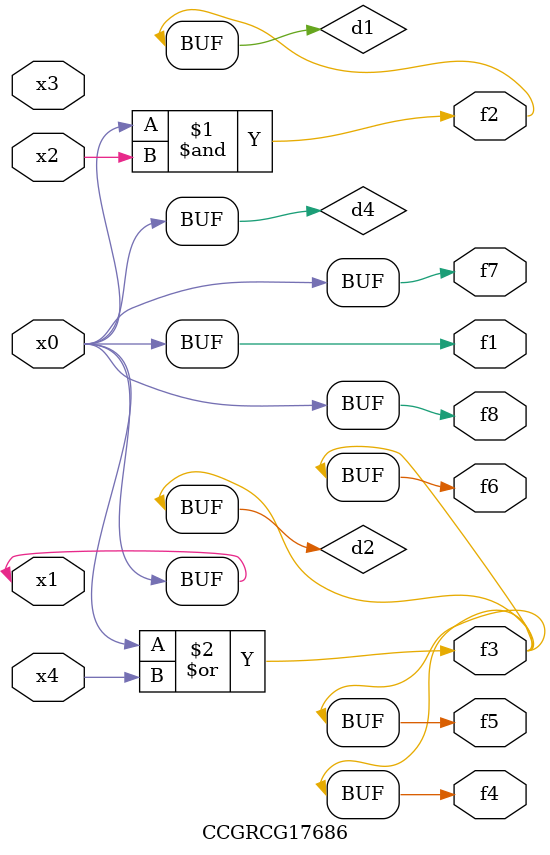
<source format=v>
module CCGRCG17686(
	input x0, x1, x2, x3, x4,
	output f1, f2, f3, f4, f5, f6, f7, f8
);

	wire d1, d2, d3, d4;

	and (d1, x0, x2);
	or (d2, x0, x4);
	nand (d3, x0, x2);
	buf (d4, x0, x1);
	assign f1 = d4;
	assign f2 = d1;
	assign f3 = d2;
	assign f4 = d2;
	assign f5 = d2;
	assign f6 = d2;
	assign f7 = d4;
	assign f8 = d4;
endmodule

</source>
